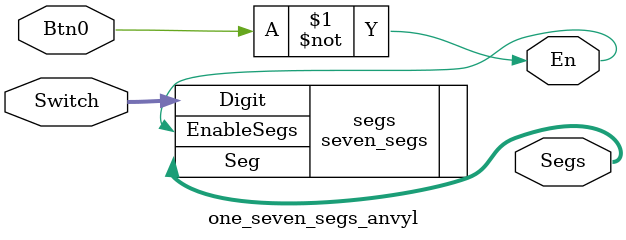
<source format=v>
`timescale 1ns / 1ps
`include "seven_segs.v"
module one_seven_segs_anvyl(
           input [3:0] Switch,
           input Btn0,
           output [6:0] Segs,
           output En);

assign En = ~Btn0 ; // Btn0 means for Disable

seven_segs segs(.Digit(Switch),
                .EnableSegs(En),
                .Seg(Segs) );
endmodule

</source>
